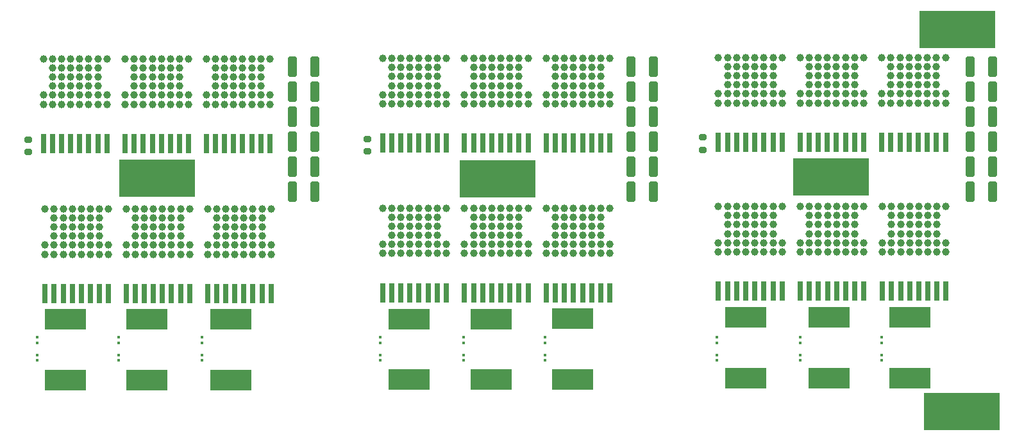
<source format=gbp>
%TF.GenerationSoftware,KiCad,Pcbnew,8.0.1*%
%TF.CreationDate,2024-05-07T00:04:45+05:00*%
%TF.ProjectId,PowerBoard,506f7765-7242-46f6-9172-642e6b696361,rev?*%
%TF.SameCoordinates,Original*%
%TF.FileFunction,Paste,Bot*%
%TF.FilePolarity,Positive*%
%FSLAX46Y46*%
G04 Gerber Fmt 4.6, Leading zero omitted, Abs format (unit mm)*
G04 Created by KiCad (PCBNEW 8.0.1) date 2024-05-07 00:04:45*
%MOMM*%
%LPD*%
G01*
G04 APERTURE LIST*
G04 Aperture macros list*
%AMRoundRect*
0 Rectangle with rounded corners*
0 $1 Rounding radius*
0 $2 $3 $4 $5 $6 $7 $8 $9 X,Y pos of 4 corners*
0 Add a 4 corners polygon primitive as box body*
4,1,4,$2,$3,$4,$5,$6,$7,$8,$9,$2,$3,0*
0 Add four circle primitives for the rounded corners*
1,1,$1+$1,$2,$3*
1,1,$1+$1,$4,$5*
1,1,$1+$1,$6,$7*
1,1,$1+$1,$8,$9*
0 Add four rect primitives between the rounded corners*
20,1,$1+$1,$2,$3,$4,$5,0*
20,1,$1+$1,$4,$5,$6,$7,0*
20,1,$1+$1,$6,$7,$8,$9,0*
20,1,$1+$1,$8,$9,$2,$3,0*%
G04 Aperture macros list end*
%ADD10RoundRect,0.079500X-0.100500X0.079500X-0.100500X-0.079500X0.100500X-0.079500X0.100500X0.079500X0*%
%ADD11RoundRect,0.079500X0.100500X-0.079500X0.100500X0.079500X-0.100500X0.079500X-0.100500X-0.079500X0*%
%ADD12RoundRect,0.250000X0.325000X1.100000X-0.325000X1.100000X-0.325000X-1.100000X0.325000X-1.100000X0*%
%ADD13R,5.511800X2.717800*%
%ADD14R,0.700000X2.600000*%
%ADD15C,1.000000*%
%ADD16R,10.000000X5.000000*%
%ADD17RoundRect,0.200000X0.275000X-0.200000X0.275000X0.200000X-0.275000X0.200000X-0.275000X-0.200000X0*%
G04 APERTURE END LIST*
D10*
%TO.C,R29*%
X233100000Y-147150000D03*
X233100000Y-147840000D03*
%TD*%
D11*
%TO.C,R30*%
X222100000Y-145495000D03*
X222100000Y-144805000D03*
%TD*%
D12*
%TO.C,C1*%
X247950000Y-109019807D03*
X245000000Y-109019807D03*
%TD*%
%TO.C,C16*%
X337465508Y-118919807D03*
X334515508Y-118919807D03*
%TD*%
D13*
%TO.C,R18*%
X326550000Y-150151000D03*
X326550000Y-142150000D03*
%TD*%
D10*
%TO.C,R37*%
X267600000Y-147150000D03*
X267600000Y-147840000D03*
%TD*%
D12*
%TO.C,C18*%
X337465508Y-125519807D03*
X334515508Y-125519807D03*
%TD*%
D13*
%TO.C,R17*%
X260400000Y-150401000D03*
X260400000Y-142400000D03*
%TD*%
D10*
%TO.C,R39*%
X278350000Y-147150000D03*
X278350000Y-147840000D03*
%TD*%
D12*
%TO.C,C13*%
X292707332Y-118919807D03*
X289757332Y-118919807D03*
%TD*%
%TO.C,C11*%
X248000000Y-122219807D03*
X245050000Y-122219807D03*
%TD*%
D14*
%TO.C,Q5*%
X267732332Y-119130000D03*
X268932332Y-119130000D03*
X270132332Y-119130000D03*
X271332332Y-119130000D03*
X272532332Y-119130000D03*
X273732332Y-119130000D03*
X274932332Y-119130000D03*
X276132332Y-119130000D03*
D15*
X267732332Y-113950000D03*
X268932332Y-113950000D03*
X270132332Y-113950000D03*
X271332332Y-113950000D03*
X272532332Y-113950000D03*
X273732332Y-113950000D03*
X274932332Y-113950000D03*
X276132332Y-113950000D03*
X267732332Y-112750000D03*
X268932332Y-112750000D03*
X270132332Y-112750000D03*
X271332332Y-112750000D03*
X272532332Y-112750000D03*
X273732332Y-112750000D03*
X274932332Y-112750000D03*
X276132332Y-112750000D03*
X268932332Y-111550000D03*
X270132332Y-111550000D03*
X271332332Y-111550000D03*
X272532332Y-111550000D03*
X273732332Y-111550000D03*
X274932332Y-111550000D03*
X268932332Y-110350000D03*
X270132332Y-110350000D03*
X271332332Y-110350000D03*
X272532332Y-110350000D03*
X273732332Y-110350000D03*
X274932332Y-110350000D03*
X268932332Y-109150000D03*
X270132332Y-109150000D03*
X271332332Y-109150000D03*
X272532332Y-109150000D03*
X273732332Y-109150000D03*
X274932332Y-109150000D03*
X267732332Y-107950000D03*
X268932332Y-107950000D03*
X270132332Y-107950000D03*
X271332332Y-107950000D03*
X272532332Y-107950000D03*
X273732332Y-107950000D03*
X274932332Y-107950000D03*
X276132332Y-107950000D03*
%TD*%
D11*
%TO.C,R32*%
X211350000Y-145495000D03*
X211350000Y-144805000D03*
%TD*%
D14*
%TO.C,Q8*%
X312047332Y-119018057D03*
X313247332Y-119018057D03*
X314447332Y-119018057D03*
X315647332Y-119018057D03*
X316847332Y-119018057D03*
X318047332Y-119018057D03*
X319247332Y-119018057D03*
X320447332Y-119018057D03*
D15*
X312047332Y-113838057D03*
X313247332Y-113838057D03*
X314447332Y-113838057D03*
X315647332Y-113838057D03*
X316847332Y-113838057D03*
X318047332Y-113838057D03*
X319247332Y-113838057D03*
X320447332Y-113838057D03*
X312047332Y-112638057D03*
X313247332Y-112638057D03*
X314447332Y-112638057D03*
X315647332Y-112638057D03*
X316847332Y-112638057D03*
X318047332Y-112638057D03*
X319247332Y-112638057D03*
X320447332Y-112638057D03*
X313247332Y-111438057D03*
X314447332Y-111438057D03*
X315647332Y-111438057D03*
X316847332Y-111438057D03*
X318047332Y-111438057D03*
X319247332Y-111438057D03*
X313247332Y-110238057D03*
X314447332Y-110238057D03*
X315647332Y-110238057D03*
X316847332Y-110238057D03*
X318047332Y-110238057D03*
X319247332Y-110238057D03*
X313247332Y-109038057D03*
X314447332Y-109038057D03*
X315647332Y-109038057D03*
X316847332Y-109038057D03*
X318047332Y-109038057D03*
X319247332Y-109038057D03*
X312047332Y-107838057D03*
X313247332Y-107838057D03*
X314447332Y-107838057D03*
X315647332Y-107838057D03*
X316847332Y-107838057D03*
X318047332Y-107838057D03*
X319247332Y-107838057D03*
X320447332Y-107838057D03*
%TD*%
D13*
%TO.C,R10*%
X236925000Y-150430500D03*
X236925000Y-142429500D03*
%TD*%
%TO.C,R11*%
X282050000Y-150351000D03*
X282050000Y-142350000D03*
%TD*%
D10*
%TO.C,R43*%
X312100000Y-147150000D03*
X312100000Y-147840000D03*
%TD*%
D16*
%TO.C,J1*%
X332850000Y-104100000D03*
%TD*%
D12*
%TO.C,C14*%
X292707332Y-122219807D03*
X289757332Y-122219807D03*
%TD*%
D14*
%TO.C,Q13*%
X278532332Y-138898057D03*
X279732332Y-138898057D03*
X280932332Y-138898057D03*
X282132332Y-138898057D03*
X283332332Y-138898057D03*
X284532332Y-138898057D03*
X285732332Y-138898057D03*
X286932332Y-138898057D03*
D15*
X278532332Y-133718057D03*
X279732332Y-133718057D03*
X280932332Y-133718057D03*
X282132332Y-133718057D03*
X283332332Y-133718057D03*
X284532332Y-133718057D03*
X285732332Y-133718057D03*
X286932332Y-133718057D03*
X278532332Y-132518057D03*
X279732332Y-132518057D03*
X280932332Y-132518057D03*
X282132332Y-132518057D03*
X283332332Y-132518057D03*
X284532332Y-132518057D03*
X285732332Y-132518057D03*
X286932332Y-132518057D03*
X279732332Y-131318057D03*
X280932332Y-131318057D03*
X282132332Y-131318057D03*
X283332332Y-131318057D03*
X284532332Y-131318057D03*
X285732332Y-131318057D03*
X279732332Y-130118057D03*
X280932332Y-130118057D03*
X282132332Y-130118057D03*
X283332332Y-130118057D03*
X284532332Y-130118057D03*
X285732332Y-130118057D03*
X279732332Y-128918057D03*
X280932332Y-128918057D03*
X282132332Y-128918057D03*
X283332332Y-128918057D03*
X284532332Y-128918057D03*
X285732332Y-128918057D03*
X278532332Y-127718057D03*
X279732332Y-127718057D03*
X280932332Y-127718057D03*
X282132332Y-127718057D03*
X283332332Y-127718057D03*
X284532332Y-127718057D03*
X285732332Y-127718057D03*
X286932332Y-127718057D03*
%TD*%
D12*
%TO.C,C3*%
X248000000Y-115619807D03*
X245050000Y-115619807D03*
%TD*%
D13*
%TO.C,R13*%
X225825000Y-150430500D03*
X225825000Y-142429500D03*
%TD*%
D14*
%TO.C,Q17*%
X312072332Y-138688057D03*
X313272332Y-138688057D03*
X314472332Y-138688057D03*
X315672332Y-138688057D03*
X316872332Y-138688057D03*
X318072332Y-138688057D03*
X319272332Y-138688057D03*
X320472332Y-138688057D03*
D15*
X312072332Y-133508057D03*
X313272332Y-133508057D03*
X314472332Y-133508057D03*
X315672332Y-133508057D03*
X316872332Y-133508057D03*
X318072332Y-133508057D03*
X319272332Y-133508057D03*
X320472332Y-133508057D03*
X312072332Y-132308057D03*
X313272332Y-132308057D03*
X314472332Y-132308057D03*
X315672332Y-132308057D03*
X316872332Y-132308057D03*
X318072332Y-132308057D03*
X319272332Y-132308057D03*
X320472332Y-132308057D03*
X313272332Y-131108057D03*
X314472332Y-131108057D03*
X315672332Y-131108057D03*
X316872332Y-131108057D03*
X318072332Y-131108057D03*
X319272332Y-131108057D03*
X313272332Y-129908057D03*
X314472332Y-129908057D03*
X315672332Y-129908057D03*
X316872332Y-129908057D03*
X318072332Y-129908057D03*
X319272332Y-129908057D03*
X313272332Y-128708057D03*
X314472332Y-128708057D03*
X315672332Y-128708057D03*
X316872332Y-128708057D03*
X318072332Y-128708057D03*
X319272332Y-128708057D03*
X312072332Y-127508057D03*
X313272332Y-127508057D03*
X314472332Y-127508057D03*
X315672332Y-127508057D03*
X316872332Y-127508057D03*
X318072332Y-127508057D03*
X319272332Y-127508057D03*
X320472332Y-127508057D03*
%TD*%
D11*
%TO.C,R36*%
X267600000Y-145495000D03*
X267600000Y-144805000D03*
%TD*%
D12*
%TO.C,C17*%
X337465508Y-122219807D03*
X334515508Y-122219807D03*
%TD*%
D14*
%TO.C,Q18*%
X301272332Y-138688057D03*
X302472332Y-138688057D03*
X303672332Y-138688057D03*
X304872332Y-138688057D03*
X306072332Y-138688057D03*
X307272332Y-138688057D03*
X308472332Y-138688057D03*
X309672332Y-138688057D03*
D15*
X301272332Y-133508057D03*
X302472332Y-133508057D03*
X303672332Y-133508057D03*
X304872332Y-133508057D03*
X306072332Y-133508057D03*
X307272332Y-133508057D03*
X308472332Y-133508057D03*
X309672332Y-133508057D03*
X301272332Y-132308057D03*
X302472332Y-132308057D03*
X303672332Y-132308057D03*
X304872332Y-132308057D03*
X306072332Y-132308057D03*
X307272332Y-132308057D03*
X308472332Y-132308057D03*
X309672332Y-132308057D03*
X302472332Y-131108057D03*
X303672332Y-131108057D03*
X304872332Y-131108057D03*
X306072332Y-131108057D03*
X307272332Y-131108057D03*
X308472332Y-131108057D03*
X302472332Y-129908057D03*
X303672332Y-129908057D03*
X304872332Y-129908057D03*
X306072332Y-129908057D03*
X307272332Y-129908057D03*
X308472332Y-129908057D03*
X302472332Y-128708057D03*
X303672332Y-128708057D03*
X304872332Y-128708057D03*
X306072332Y-128708057D03*
X307272332Y-128708057D03*
X308472332Y-128708057D03*
X301272332Y-127508057D03*
X302472332Y-127508057D03*
X303672332Y-127508057D03*
X304872332Y-127508057D03*
X306072332Y-127508057D03*
X307272332Y-127508057D03*
X308472332Y-127508057D03*
X309672332Y-127508057D03*
%TD*%
D12*
%TO.C,C5*%
X292707332Y-112319807D03*
X289757332Y-112319807D03*
%TD*%
%TO.C,C4*%
X292707332Y-109019807D03*
X289757332Y-109019807D03*
%TD*%
D10*
%TO.C,R41*%
X301100000Y-147150000D03*
X301100000Y-147840000D03*
%TD*%
D11*
%TO.C,R40*%
X301100000Y-145495000D03*
X301100000Y-144805000D03*
%TD*%
D16*
%TO.C,J11*%
X333400000Y-154600000D03*
%TD*%
D14*
%TO.C,Q2*%
X222925000Y-119180000D03*
X224125000Y-119180000D03*
X225325000Y-119180000D03*
X226525000Y-119180000D03*
X227725000Y-119180000D03*
X228925000Y-119180000D03*
X230125000Y-119180000D03*
X231325000Y-119180000D03*
D15*
X222925000Y-114000000D03*
X224125000Y-114000000D03*
X225325000Y-114000000D03*
X226525000Y-114000000D03*
X227725000Y-114000000D03*
X228925000Y-114000000D03*
X230125000Y-114000000D03*
X231325000Y-114000000D03*
X222925000Y-112800000D03*
X224125000Y-112800000D03*
X225325000Y-112800000D03*
X226525000Y-112800000D03*
X227725000Y-112800000D03*
X228925000Y-112800000D03*
X230125000Y-112800000D03*
X231325000Y-112800000D03*
X224125000Y-111600000D03*
X225325000Y-111600000D03*
X226525000Y-111600000D03*
X227725000Y-111600000D03*
X228925000Y-111600000D03*
X230125000Y-111600000D03*
X224125000Y-110400000D03*
X225325000Y-110400000D03*
X226525000Y-110400000D03*
X227725000Y-110400000D03*
X228925000Y-110400000D03*
X230125000Y-110400000D03*
X224125000Y-109200000D03*
X225325000Y-109200000D03*
X226525000Y-109200000D03*
X227725000Y-109200000D03*
X228925000Y-109200000D03*
X230125000Y-109200000D03*
X222925000Y-108000000D03*
X224125000Y-108000000D03*
X225325000Y-108000000D03*
X226525000Y-108000000D03*
X227725000Y-108000000D03*
X228925000Y-108000000D03*
X230125000Y-108000000D03*
X231325000Y-108000000D03*
%TD*%
D16*
%TO.C,J4*%
X316147332Y-123588057D03*
%TD*%
D10*
%TO.C,R45*%
X322850000Y-147150000D03*
X322850000Y-147840000D03*
%TD*%
D17*
%TO.C,NTC1*%
X210100000Y-120325000D03*
X210100000Y-118675000D03*
%TD*%
D12*
%TO.C,C12*%
X248000000Y-125519807D03*
X245050000Y-125519807D03*
%TD*%
%TO.C,C10*%
X248000000Y-118919807D03*
X245050000Y-118919807D03*
%TD*%
D14*
%TO.C,Q11*%
X223050000Y-139000000D03*
X224250000Y-139000000D03*
X225450000Y-139000000D03*
X226650000Y-139000000D03*
X227850000Y-139000000D03*
X229050000Y-139000000D03*
X230250000Y-139000000D03*
X231450000Y-139000000D03*
D15*
X223050000Y-133820000D03*
X224250000Y-133820000D03*
X225450000Y-133820000D03*
X226650000Y-133820000D03*
X227850000Y-133820000D03*
X229050000Y-133820000D03*
X230250000Y-133820000D03*
X231450000Y-133820000D03*
X223050000Y-132620000D03*
X224250000Y-132620000D03*
X225450000Y-132620000D03*
X226650000Y-132620000D03*
X227850000Y-132620000D03*
X229050000Y-132620000D03*
X230250000Y-132620000D03*
X231450000Y-132620000D03*
X224250000Y-131420000D03*
X225450000Y-131420000D03*
X226650000Y-131420000D03*
X227850000Y-131420000D03*
X229050000Y-131420000D03*
X230250000Y-131420000D03*
X224250000Y-130220000D03*
X225450000Y-130220000D03*
X226650000Y-130220000D03*
X227850000Y-130220000D03*
X229050000Y-130220000D03*
X230250000Y-130220000D03*
X224250000Y-129020000D03*
X225450000Y-129020000D03*
X226650000Y-129020000D03*
X227850000Y-129020000D03*
X229050000Y-129020000D03*
X230250000Y-129020000D03*
X223050000Y-127820000D03*
X224250000Y-127820000D03*
X225450000Y-127820000D03*
X226650000Y-127820000D03*
X227850000Y-127820000D03*
X229050000Y-127820000D03*
X230250000Y-127820000D03*
X231450000Y-127820000D03*
%TD*%
D11*
%TO.C,R34*%
X256600000Y-145495000D03*
X256600000Y-144805000D03*
%TD*%
D14*
%TO.C,Q15*%
X256932332Y-138898057D03*
X258132332Y-138898057D03*
X259332332Y-138898057D03*
X260532332Y-138898057D03*
X261732332Y-138898057D03*
X262932332Y-138898057D03*
X264132332Y-138898057D03*
X265332332Y-138898057D03*
D15*
X256932332Y-133718057D03*
X258132332Y-133718057D03*
X259332332Y-133718057D03*
X260532332Y-133718057D03*
X261732332Y-133718057D03*
X262932332Y-133718057D03*
X264132332Y-133718057D03*
X265332332Y-133718057D03*
X256932332Y-132518057D03*
X258132332Y-132518057D03*
X259332332Y-132518057D03*
X260532332Y-132518057D03*
X261732332Y-132518057D03*
X262932332Y-132518057D03*
X264132332Y-132518057D03*
X265332332Y-132518057D03*
X258132332Y-131318057D03*
X259332332Y-131318057D03*
X260532332Y-131318057D03*
X261732332Y-131318057D03*
X262932332Y-131318057D03*
X264132332Y-131318057D03*
X258132332Y-130118057D03*
X259332332Y-130118057D03*
X260532332Y-130118057D03*
X261732332Y-130118057D03*
X262932332Y-130118057D03*
X264132332Y-130118057D03*
X258132332Y-128918057D03*
X259332332Y-128918057D03*
X260532332Y-128918057D03*
X261732332Y-128918057D03*
X262932332Y-128918057D03*
X264132332Y-128918057D03*
X256932332Y-127718057D03*
X258132332Y-127718057D03*
X259332332Y-127718057D03*
X260532332Y-127718057D03*
X261732332Y-127718057D03*
X262932332Y-127718057D03*
X264132332Y-127718057D03*
X265332332Y-127718057D03*
%TD*%
D13*
%TO.C,R15*%
X315900000Y-150151000D03*
X315900000Y-142150000D03*
%TD*%
%TO.C,R14*%
X271250000Y-150401000D03*
X271250000Y-142400000D03*
%TD*%
%TO.C,R16*%
X215075000Y-150430500D03*
X215075000Y-142429500D03*
%TD*%
D12*
%TO.C,C7*%
X337456017Y-109019807D03*
X334506017Y-109019807D03*
%TD*%
D13*
%TO.C,R12*%
X304900000Y-150151000D03*
X304900000Y-142150000D03*
%TD*%
D14*
%TO.C,Q14*%
X267732332Y-138898057D03*
X268932332Y-138898057D03*
X270132332Y-138898057D03*
X271332332Y-138898057D03*
X272532332Y-138898057D03*
X273732332Y-138898057D03*
X274932332Y-138898057D03*
X276132332Y-138898057D03*
D15*
X267732332Y-133718057D03*
X268932332Y-133718057D03*
X270132332Y-133718057D03*
X271332332Y-133718057D03*
X272532332Y-133718057D03*
X273732332Y-133718057D03*
X274932332Y-133718057D03*
X276132332Y-133718057D03*
X267732332Y-132518057D03*
X268932332Y-132518057D03*
X270132332Y-132518057D03*
X271332332Y-132518057D03*
X272532332Y-132518057D03*
X273732332Y-132518057D03*
X274932332Y-132518057D03*
X276132332Y-132518057D03*
X268932332Y-131318057D03*
X270132332Y-131318057D03*
X271332332Y-131318057D03*
X272532332Y-131318057D03*
X273732332Y-131318057D03*
X274932332Y-131318057D03*
X268932332Y-130118057D03*
X270132332Y-130118057D03*
X271332332Y-130118057D03*
X272532332Y-130118057D03*
X273732332Y-130118057D03*
X274932332Y-130118057D03*
X268932332Y-128918057D03*
X270132332Y-128918057D03*
X271332332Y-128918057D03*
X272532332Y-128918057D03*
X273732332Y-128918057D03*
X274932332Y-128918057D03*
X267732332Y-127718057D03*
X268932332Y-127718057D03*
X270132332Y-127718057D03*
X271332332Y-127718057D03*
X272532332Y-127718057D03*
X273732332Y-127718057D03*
X274932332Y-127718057D03*
X276132332Y-127718057D03*
%TD*%
D14*
%TO.C,Q10*%
X233800000Y-139000000D03*
X235000000Y-139000000D03*
X236200000Y-139000000D03*
X237400000Y-139000000D03*
X238600000Y-139000000D03*
X239800000Y-139000000D03*
X241000000Y-139000000D03*
X242200000Y-139000000D03*
D15*
X233800000Y-133820000D03*
X235000000Y-133820000D03*
X236200000Y-133820000D03*
X237400000Y-133820000D03*
X238600000Y-133820000D03*
X239800000Y-133820000D03*
X241000000Y-133820000D03*
X242200000Y-133820000D03*
X233800000Y-132620000D03*
X235000000Y-132620000D03*
X236200000Y-132620000D03*
X237400000Y-132620000D03*
X238600000Y-132620000D03*
X239800000Y-132620000D03*
X241000000Y-132620000D03*
X242200000Y-132620000D03*
X235000000Y-131420000D03*
X236200000Y-131420000D03*
X237400000Y-131420000D03*
X238600000Y-131420000D03*
X239800000Y-131420000D03*
X241000000Y-131420000D03*
X235000000Y-130220000D03*
X236200000Y-130220000D03*
X237400000Y-130220000D03*
X238600000Y-130220000D03*
X239800000Y-130220000D03*
X241000000Y-130220000D03*
X235000000Y-129020000D03*
X236200000Y-129020000D03*
X237400000Y-129020000D03*
X238600000Y-129020000D03*
X239800000Y-129020000D03*
X241000000Y-129020000D03*
X233800000Y-127820000D03*
X235000000Y-127820000D03*
X236200000Y-127820000D03*
X237400000Y-127820000D03*
X238600000Y-127820000D03*
X239800000Y-127820000D03*
X241000000Y-127820000D03*
X242200000Y-127820000D03*
%TD*%
D14*
%TO.C,Q9*%
X301272332Y-119018057D03*
X302472332Y-119018057D03*
X303672332Y-119018057D03*
X304872332Y-119018057D03*
X306072332Y-119018057D03*
X307272332Y-119018057D03*
X308472332Y-119018057D03*
X309672332Y-119018057D03*
D15*
X301272332Y-113838057D03*
X302472332Y-113838057D03*
X303672332Y-113838057D03*
X304872332Y-113838057D03*
X306072332Y-113838057D03*
X307272332Y-113838057D03*
X308472332Y-113838057D03*
X309672332Y-113838057D03*
X301272332Y-112638057D03*
X302472332Y-112638057D03*
X303672332Y-112638057D03*
X304872332Y-112638057D03*
X306072332Y-112638057D03*
X307272332Y-112638057D03*
X308472332Y-112638057D03*
X309672332Y-112638057D03*
X302472332Y-111438057D03*
X303672332Y-111438057D03*
X304872332Y-111438057D03*
X306072332Y-111438057D03*
X307272332Y-111438057D03*
X308472332Y-111438057D03*
X302472332Y-110238057D03*
X303672332Y-110238057D03*
X304872332Y-110238057D03*
X306072332Y-110238057D03*
X307272332Y-110238057D03*
X308472332Y-110238057D03*
X302472332Y-109038057D03*
X303672332Y-109038057D03*
X304872332Y-109038057D03*
X306072332Y-109038057D03*
X307272332Y-109038057D03*
X308472332Y-109038057D03*
X301272332Y-107838057D03*
X302472332Y-107838057D03*
X303672332Y-107838057D03*
X304872332Y-107838057D03*
X306072332Y-107838057D03*
X307272332Y-107838057D03*
X308472332Y-107838057D03*
X309672332Y-107838057D03*
%TD*%
D11*
%TO.C,R28*%
X233100000Y-145495000D03*
X233100000Y-144805000D03*
%TD*%
D10*
%TO.C,R31*%
X222100000Y-147150000D03*
X222100000Y-147840000D03*
%TD*%
D14*
%TO.C,Q12*%
X212350000Y-139000000D03*
X213550000Y-139000000D03*
X214750000Y-139000000D03*
X215950000Y-139000000D03*
X217150000Y-139000000D03*
X218350000Y-139000000D03*
X219550000Y-139000000D03*
X220750000Y-139000000D03*
D15*
X212350000Y-133820000D03*
X213550000Y-133820000D03*
X214750000Y-133820000D03*
X215950000Y-133820000D03*
X217150000Y-133820000D03*
X218350000Y-133820000D03*
X219550000Y-133820000D03*
X220750000Y-133820000D03*
X212350000Y-132620000D03*
X213550000Y-132620000D03*
X214750000Y-132620000D03*
X215950000Y-132620000D03*
X217150000Y-132620000D03*
X218350000Y-132620000D03*
X219550000Y-132620000D03*
X220750000Y-132620000D03*
X213550000Y-131420000D03*
X214750000Y-131420000D03*
X215950000Y-131420000D03*
X217150000Y-131420000D03*
X218350000Y-131420000D03*
X219550000Y-131420000D03*
X213550000Y-130220000D03*
X214750000Y-130220000D03*
X215950000Y-130220000D03*
X217150000Y-130220000D03*
X218350000Y-130220000D03*
X219550000Y-130220000D03*
X213550000Y-129020000D03*
X214750000Y-129020000D03*
X215950000Y-129020000D03*
X217150000Y-129020000D03*
X218350000Y-129020000D03*
X219550000Y-129020000D03*
X212350000Y-127820000D03*
X213550000Y-127820000D03*
X214750000Y-127820000D03*
X215950000Y-127820000D03*
X217150000Y-127820000D03*
X218350000Y-127820000D03*
X219550000Y-127820000D03*
X220750000Y-127820000D03*
%TD*%
D11*
%TO.C,R42*%
X312100000Y-145495000D03*
X312100000Y-144805000D03*
%TD*%
%TO.C,R44*%
X322850000Y-145495000D03*
X322850000Y-144805000D03*
%TD*%
D14*
%TO.C,Q7*%
X322847332Y-119018057D03*
X324047332Y-119018057D03*
X325247332Y-119018057D03*
X326447332Y-119018057D03*
X327647332Y-119018057D03*
X328847332Y-119018057D03*
X330047332Y-119018057D03*
X331247332Y-119018057D03*
D15*
X322847332Y-113838057D03*
X324047332Y-113838057D03*
X325247332Y-113838057D03*
X326447332Y-113838057D03*
X327647332Y-113838057D03*
X328847332Y-113838057D03*
X330047332Y-113838057D03*
X331247332Y-113838057D03*
X322847332Y-112638057D03*
X324047332Y-112638057D03*
X325247332Y-112638057D03*
X326447332Y-112638057D03*
X327647332Y-112638057D03*
X328847332Y-112638057D03*
X330047332Y-112638057D03*
X331247332Y-112638057D03*
X324047332Y-111438057D03*
X325247332Y-111438057D03*
X326447332Y-111438057D03*
X327647332Y-111438057D03*
X328847332Y-111438057D03*
X330047332Y-111438057D03*
X324047332Y-110238057D03*
X325247332Y-110238057D03*
X326447332Y-110238057D03*
X327647332Y-110238057D03*
X328847332Y-110238057D03*
X330047332Y-110238057D03*
X324047332Y-109038057D03*
X325247332Y-109038057D03*
X326447332Y-109038057D03*
X327647332Y-109038057D03*
X328847332Y-109038057D03*
X330047332Y-109038057D03*
X322847332Y-107838057D03*
X324047332Y-107838057D03*
X325247332Y-107838057D03*
X326447332Y-107838057D03*
X327647332Y-107838057D03*
X328847332Y-107838057D03*
X330047332Y-107838057D03*
X331247332Y-107838057D03*
%TD*%
D16*
%TO.C,J2*%
X272082332Y-123848057D03*
%TD*%
D12*
%TO.C,C15*%
X292682332Y-125519807D03*
X289732332Y-125519807D03*
%TD*%
D14*
%TO.C,Q3*%
X212125000Y-119180000D03*
X213325000Y-119180000D03*
X214525000Y-119180000D03*
X215725000Y-119180000D03*
X216925000Y-119180000D03*
X218125000Y-119180000D03*
X219325000Y-119180000D03*
X220525000Y-119180000D03*
D15*
X212125000Y-114000000D03*
X213325000Y-114000000D03*
X214525000Y-114000000D03*
X215725000Y-114000000D03*
X216925000Y-114000000D03*
X218125000Y-114000000D03*
X219325000Y-114000000D03*
X220525000Y-114000000D03*
X212125000Y-112800000D03*
X213325000Y-112800000D03*
X214525000Y-112800000D03*
X215725000Y-112800000D03*
X216925000Y-112800000D03*
X218125000Y-112800000D03*
X219325000Y-112800000D03*
X220525000Y-112800000D03*
X213325000Y-111600000D03*
X214525000Y-111600000D03*
X215725000Y-111600000D03*
X216925000Y-111600000D03*
X218125000Y-111600000D03*
X219325000Y-111600000D03*
X213325000Y-110400000D03*
X214525000Y-110400000D03*
X215725000Y-110400000D03*
X216925000Y-110400000D03*
X218125000Y-110400000D03*
X219325000Y-110400000D03*
X213325000Y-109200000D03*
X214525000Y-109200000D03*
X215725000Y-109200000D03*
X216925000Y-109200000D03*
X218125000Y-109200000D03*
X219325000Y-109200000D03*
X212125000Y-108000000D03*
X213325000Y-108000000D03*
X214525000Y-108000000D03*
X215725000Y-108000000D03*
X216925000Y-108000000D03*
X218125000Y-108000000D03*
X219325000Y-108000000D03*
X220525000Y-108000000D03*
%TD*%
D12*
%TO.C,C9*%
X337456017Y-115619807D03*
X334506017Y-115619807D03*
%TD*%
D14*
%TO.C,Q6*%
X256932332Y-119130000D03*
X258132332Y-119130000D03*
X259332332Y-119130000D03*
X260532332Y-119130000D03*
X261732332Y-119130000D03*
X262932332Y-119130000D03*
X264132332Y-119130000D03*
X265332332Y-119130000D03*
D15*
X256932332Y-113950000D03*
X258132332Y-113950000D03*
X259332332Y-113950000D03*
X260532332Y-113950000D03*
X261732332Y-113950000D03*
X262932332Y-113950000D03*
X264132332Y-113950000D03*
X265332332Y-113950000D03*
X256932332Y-112750000D03*
X258132332Y-112750000D03*
X259332332Y-112750000D03*
X260532332Y-112750000D03*
X261732332Y-112750000D03*
X262932332Y-112750000D03*
X264132332Y-112750000D03*
X265332332Y-112750000D03*
X258132332Y-111550000D03*
X259332332Y-111550000D03*
X260532332Y-111550000D03*
X261732332Y-111550000D03*
X262932332Y-111550000D03*
X264132332Y-111550000D03*
X258132332Y-110350000D03*
X259332332Y-110350000D03*
X260532332Y-110350000D03*
X261732332Y-110350000D03*
X262932332Y-110350000D03*
X264132332Y-110350000D03*
X258132332Y-109150000D03*
X259332332Y-109150000D03*
X260532332Y-109150000D03*
X261732332Y-109150000D03*
X262932332Y-109150000D03*
X264132332Y-109150000D03*
X256932332Y-107950000D03*
X258132332Y-107950000D03*
X259332332Y-107950000D03*
X260532332Y-107950000D03*
X261732332Y-107950000D03*
X262932332Y-107950000D03*
X264132332Y-107950000D03*
X265332332Y-107950000D03*
%TD*%
D14*
%TO.C,Q16*%
X322922332Y-138688057D03*
X324122332Y-138688057D03*
X325322332Y-138688057D03*
X326522332Y-138688057D03*
X327722332Y-138688057D03*
X328922332Y-138688057D03*
X330122332Y-138688057D03*
X331322332Y-138688057D03*
D15*
X322922332Y-133508057D03*
X324122332Y-133508057D03*
X325322332Y-133508057D03*
X326522332Y-133508057D03*
X327722332Y-133508057D03*
X328922332Y-133508057D03*
X330122332Y-133508057D03*
X331322332Y-133508057D03*
X322922332Y-132308057D03*
X324122332Y-132308057D03*
X325322332Y-132308057D03*
X326522332Y-132308057D03*
X327722332Y-132308057D03*
X328922332Y-132308057D03*
X330122332Y-132308057D03*
X331322332Y-132308057D03*
X324122332Y-131108057D03*
X325322332Y-131108057D03*
X326522332Y-131108057D03*
X327722332Y-131108057D03*
X328922332Y-131108057D03*
X330122332Y-131108057D03*
X324122332Y-129908057D03*
X325322332Y-129908057D03*
X326522332Y-129908057D03*
X327722332Y-129908057D03*
X328922332Y-129908057D03*
X330122332Y-129908057D03*
X324122332Y-128708057D03*
X325322332Y-128708057D03*
X326522332Y-128708057D03*
X327722332Y-128708057D03*
X328922332Y-128708057D03*
X330122332Y-128708057D03*
X322922332Y-127508057D03*
X324122332Y-127508057D03*
X325322332Y-127508057D03*
X326522332Y-127508057D03*
X327722332Y-127508057D03*
X328922332Y-127508057D03*
X330122332Y-127508057D03*
X331322332Y-127508057D03*
%TD*%
D10*
%TO.C,R33*%
X211350000Y-147150000D03*
X211350000Y-147840000D03*
%TD*%
D17*
%TO.C,NTC3*%
X299200000Y-120025000D03*
X299200000Y-118375000D03*
%TD*%
D12*
%TO.C,C6*%
X292707332Y-115619807D03*
X289757332Y-115619807D03*
%TD*%
D17*
%TO.C,NTC2*%
X254900000Y-120225000D03*
X254900000Y-118575000D03*
%TD*%
D14*
%TO.C,Q1*%
X233650000Y-119180000D03*
X234850000Y-119180000D03*
X236050000Y-119180000D03*
X237250000Y-119180000D03*
X238450000Y-119180000D03*
X239650000Y-119180000D03*
X240850000Y-119180000D03*
X242050000Y-119180000D03*
D15*
X233650000Y-114000000D03*
X234850000Y-114000000D03*
X236050000Y-114000000D03*
X237250000Y-114000000D03*
X238450000Y-114000000D03*
X239650000Y-114000000D03*
X240850000Y-114000000D03*
X242050000Y-114000000D03*
X233650000Y-112800000D03*
X234850000Y-112800000D03*
X236050000Y-112800000D03*
X237250000Y-112800000D03*
X238450000Y-112800000D03*
X239650000Y-112800000D03*
X240850000Y-112800000D03*
X242050000Y-112800000D03*
X234850000Y-111600000D03*
X236050000Y-111600000D03*
X237250000Y-111600000D03*
X238450000Y-111600000D03*
X239650000Y-111600000D03*
X240850000Y-111600000D03*
X234850000Y-110400000D03*
X236050000Y-110400000D03*
X237250000Y-110400000D03*
X238450000Y-110400000D03*
X239650000Y-110400000D03*
X240850000Y-110400000D03*
X234850000Y-109200000D03*
X236050000Y-109200000D03*
X237250000Y-109200000D03*
X238450000Y-109200000D03*
X239650000Y-109200000D03*
X240850000Y-109200000D03*
X233650000Y-108000000D03*
X234850000Y-108000000D03*
X236050000Y-108000000D03*
X237250000Y-108000000D03*
X238450000Y-108000000D03*
X239650000Y-108000000D03*
X240850000Y-108000000D03*
X242050000Y-108000000D03*
%TD*%
D12*
%TO.C,C2*%
X247950000Y-112319807D03*
X245000000Y-112319807D03*
%TD*%
%TO.C,C8*%
X337456017Y-112319807D03*
X334506017Y-112319807D03*
%TD*%
D10*
%TO.C,R35*%
X256600000Y-147150000D03*
X256600000Y-147840000D03*
%TD*%
D11*
%TO.C,R38*%
X278350000Y-145495000D03*
X278350000Y-144805000D03*
%TD*%
D16*
%TO.C,J3*%
X227175000Y-123750000D03*
%TD*%
D14*
%TO.C,Q4*%
X278532332Y-119130000D03*
X279732332Y-119130000D03*
X280932332Y-119130000D03*
X282132332Y-119130000D03*
X283332332Y-119130000D03*
X284532332Y-119130000D03*
X285732332Y-119130000D03*
X286932332Y-119130000D03*
D15*
X278532332Y-113950000D03*
X279732332Y-113950000D03*
X280932332Y-113950000D03*
X282132332Y-113950000D03*
X283332332Y-113950000D03*
X284532332Y-113950000D03*
X285732332Y-113950000D03*
X286932332Y-113950000D03*
X278532332Y-112750000D03*
X279732332Y-112750000D03*
X280932332Y-112750000D03*
X282132332Y-112750000D03*
X283332332Y-112750000D03*
X284532332Y-112750000D03*
X285732332Y-112750000D03*
X286932332Y-112750000D03*
X279732332Y-111550000D03*
X280932332Y-111550000D03*
X282132332Y-111550000D03*
X283332332Y-111550000D03*
X284532332Y-111550000D03*
X285732332Y-111550000D03*
X279732332Y-110350000D03*
X280932332Y-110350000D03*
X282132332Y-110350000D03*
X283332332Y-110350000D03*
X284532332Y-110350000D03*
X285732332Y-110350000D03*
X279732332Y-109150000D03*
X280932332Y-109150000D03*
X282132332Y-109150000D03*
X283332332Y-109150000D03*
X284532332Y-109150000D03*
X285732332Y-109150000D03*
X278532332Y-107950000D03*
X279732332Y-107950000D03*
X280932332Y-107950000D03*
X282132332Y-107950000D03*
X283332332Y-107950000D03*
X284532332Y-107950000D03*
X285732332Y-107950000D03*
X286932332Y-107950000D03*
%TD*%
M02*

</source>
